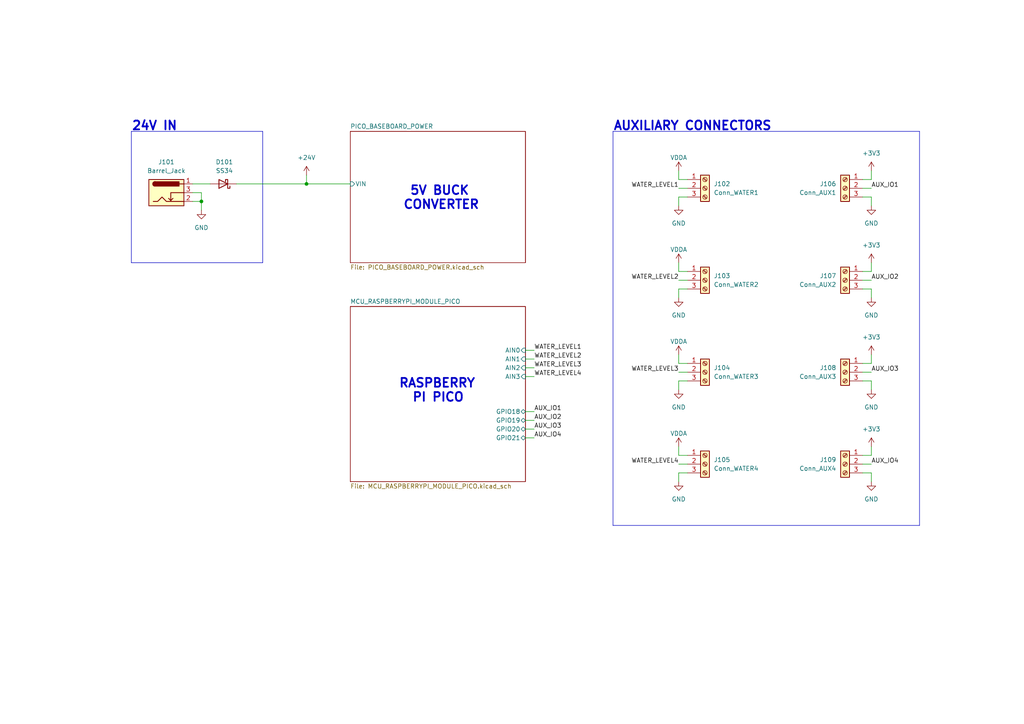
<source format=kicad_sch>
(kicad_sch (version 20230121) (generator eeschema)

  (uuid a6847629-cee6-4260-b2df-06760ba2c55e)

  (paper "A4")

  (title_block
    (title "Pico Baseboard")
    (date "2023-07-10")
    (rev "1.0")
    (company "sudo-junkie")
  )

  (lib_symbols
    (symbol "Connector:Barrel_Jack_Switch" (pin_names hide) (in_bom yes) (on_board yes)
      (property "Reference" "J" (at 0 5.334 0)
        (effects (font (size 1.27 1.27)))
      )
      (property "Value" "Barrel_Jack_Switch" (at 0 -5.08 0)
        (effects (font (size 1.27 1.27)))
      )
      (property "Footprint" "" (at 1.27 -1.016 0)
        (effects (font (size 1.27 1.27)) hide)
      )
      (property "Datasheet" "~" (at 1.27 -1.016 0)
        (effects (font (size 1.27 1.27)) hide)
      )
      (property "ki_keywords" "DC power barrel jack connector" (at 0 0 0)
        (effects (font (size 1.27 1.27)) hide)
      )
      (property "ki_description" "DC Barrel Jack with an internal switch" (at 0 0 0)
        (effects (font (size 1.27 1.27)) hide)
      )
      (property "ki_fp_filters" "BarrelJack*" (at 0 0 0)
        (effects (font (size 1.27 1.27)) hide)
      )
      (symbol "Barrel_Jack_Switch_0_1"
        (rectangle (start -5.08 3.81) (end 5.08 -3.81)
          (stroke (width 0.254) (type default))
          (fill (type background))
        )
        (arc (start -3.302 3.175) (mid -3.9343 2.54) (end -3.302 1.905)
          (stroke (width 0.254) (type default))
          (fill (type none))
        )
        (arc (start -3.302 3.175) (mid -3.9343 2.54) (end -3.302 1.905)
          (stroke (width 0.254) (type default))
          (fill (type outline))
        )
        (polyline
          (pts
            (xy 1.27 -2.286)
            (xy 1.905 -1.651)
          )
          (stroke (width 0.254) (type default))
          (fill (type none))
        )
        (polyline
          (pts
            (xy 5.08 2.54)
            (xy 3.81 2.54)
          )
          (stroke (width 0.254) (type default))
          (fill (type none))
        )
        (polyline
          (pts
            (xy 5.08 0)
            (xy 1.27 0)
            (xy 1.27 -2.286)
            (xy 0.635 -1.651)
          )
          (stroke (width 0.254) (type default))
          (fill (type none))
        )
        (polyline
          (pts
            (xy -3.81 -2.54)
            (xy -2.54 -2.54)
            (xy -1.27 -1.27)
            (xy 0 -2.54)
            (xy 2.54 -2.54)
            (xy 5.08 -2.54)
          )
          (stroke (width 0.254) (type default))
          (fill (type none))
        )
        (rectangle (start 3.683 3.175) (end -3.302 1.905)
          (stroke (width 0.254) (type default))
          (fill (type outline))
        )
      )
      (symbol "Barrel_Jack_Switch_1_1"
        (pin passive line (at 7.62 2.54 180) (length 2.54)
          (name "~" (effects (font (size 1.27 1.27))))
          (number "1" (effects (font (size 1.27 1.27))))
        )
        (pin passive line (at 7.62 -2.54 180) (length 2.54)
          (name "~" (effects (font (size 1.27 1.27))))
          (number "2" (effects (font (size 1.27 1.27))))
        )
        (pin passive line (at 7.62 0 180) (length 2.54)
          (name "~" (effects (font (size 1.27 1.27))))
          (number "3" (effects (font (size 1.27 1.27))))
        )
      )
    )
    (symbol "Connector:Screw_Terminal_01x03" (pin_names (offset 1.016) hide) (in_bom yes) (on_board yes)
      (property "Reference" "J" (at 0 5.08 0)
        (effects (font (size 1.27 1.27)))
      )
      (property "Value" "Screw_Terminal_01x03" (at 0 -5.08 0)
        (effects (font (size 1.27 1.27)))
      )
      (property "Footprint" "" (at 0 0 0)
        (effects (font (size 1.27 1.27)) hide)
      )
      (property "Datasheet" "~" (at 0 0 0)
        (effects (font (size 1.27 1.27)) hide)
      )
      (property "ki_keywords" "screw terminal" (at 0 0 0)
        (effects (font (size 1.27 1.27)) hide)
      )
      (property "ki_description" "Generic screw terminal, single row, 01x03, script generated (kicad-library-utils/schlib/autogen/connector/)" (at 0 0 0)
        (effects (font (size 1.27 1.27)) hide)
      )
      (property "ki_fp_filters" "TerminalBlock*:*" (at 0 0 0)
        (effects (font (size 1.27 1.27)) hide)
      )
      (symbol "Screw_Terminal_01x03_1_1"
        (rectangle (start -1.27 3.81) (end 1.27 -3.81)
          (stroke (width 0.254) (type default))
          (fill (type background))
        )
        (circle (center 0 -2.54) (radius 0.635)
          (stroke (width 0.1524) (type default))
          (fill (type none))
        )
        (polyline
          (pts
            (xy -0.5334 -2.2098)
            (xy 0.3302 -3.048)
          )
          (stroke (width 0.1524) (type default))
          (fill (type none))
        )
        (polyline
          (pts
            (xy -0.5334 0.3302)
            (xy 0.3302 -0.508)
          )
          (stroke (width 0.1524) (type default))
          (fill (type none))
        )
        (polyline
          (pts
            (xy -0.5334 2.8702)
            (xy 0.3302 2.032)
          )
          (stroke (width 0.1524) (type default))
          (fill (type none))
        )
        (polyline
          (pts
            (xy -0.3556 -2.032)
            (xy 0.508 -2.8702)
          )
          (stroke (width 0.1524) (type default))
          (fill (type none))
        )
        (polyline
          (pts
            (xy -0.3556 0.508)
            (xy 0.508 -0.3302)
          )
          (stroke (width 0.1524) (type default))
          (fill (type none))
        )
        (polyline
          (pts
            (xy -0.3556 3.048)
            (xy 0.508 2.2098)
          )
          (stroke (width 0.1524) (type default))
          (fill (type none))
        )
        (circle (center 0 0) (radius 0.635)
          (stroke (width 0.1524) (type default))
          (fill (type none))
        )
        (circle (center 0 2.54) (radius 0.635)
          (stroke (width 0.1524) (type default))
          (fill (type none))
        )
        (pin passive line (at -5.08 2.54 0) (length 3.81)
          (name "Pin_1" (effects (font (size 1.27 1.27))))
          (number "1" (effects (font (size 1.27 1.27))))
        )
        (pin passive line (at -5.08 0 0) (length 3.81)
          (name "Pin_2" (effects (font (size 1.27 1.27))))
          (number "2" (effects (font (size 1.27 1.27))))
        )
        (pin passive line (at -5.08 -2.54 0) (length 3.81)
          (name "Pin_3" (effects (font (size 1.27 1.27))))
          (number "3" (effects (font (size 1.27 1.27))))
        )
      )
    )
    (symbol "Device:D_Schottky" (pin_numbers hide) (pin_names (offset 1.016) hide) (in_bom yes) (on_board yes)
      (property "Reference" "D" (at 0 2.54 0)
        (effects (font (size 1.27 1.27)))
      )
      (property "Value" "D_Schottky" (at 0 -2.54 0)
        (effects (font (size 1.27 1.27)))
      )
      (property "Footprint" "" (at 0 0 0)
        (effects (font (size 1.27 1.27)) hide)
      )
      (property "Datasheet" "~" (at 0 0 0)
        (effects (font (size 1.27 1.27)) hide)
      )
      (property "ki_keywords" "diode Schottky" (at 0 0 0)
        (effects (font (size 1.27 1.27)) hide)
      )
      (property "ki_description" "Schottky diode" (at 0 0 0)
        (effects (font (size 1.27 1.27)) hide)
      )
      (property "ki_fp_filters" "TO-???* *_Diode_* *SingleDiode* D_*" (at 0 0 0)
        (effects (font (size 1.27 1.27)) hide)
      )
      (symbol "D_Schottky_0_1"
        (polyline
          (pts
            (xy 1.27 0)
            (xy -1.27 0)
          )
          (stroke (width 0) (type default))
          (fill (type none))
        )
        (polyline
          (pts
            (xy 1.27 1.27)
            (xy 1.27 -1.27)
            (xy -1.27 0)
            (xy 1.27 1.27)
          )
          (stroke (width 0.254) (type default))
          (fill (type none))
        )
        (polyline
          (pts
            (xy -1.905 0.635)
            (xy -1.905 1.27)
            (xy -1.27 1.27)
            (xy -1.27 -1.27)
            (xy -0.635 -1.27)
            (xy -0.635 -0.635)
          )
          (stroke (width 0.254) (type default))
          (fill (type none))
        )
      )
      (symbol "D_Schottky_1_1"
        (pin passive line (at -3.81 0 0) (length 2.54)
          (name "K" (effects (font (size 1.27 1.27))))
          (number "1" (effects (font (size 1.27 1.27))))
        )
        (pin passive line (at 3.81 0 180) (length 2.54)
          (name "A" (effects (font (size 1.27 1.27))))
          (number "2" (effects (font (size 1.27 1.27))))
        )
      )
    )
    (symbol "power:+24V" (power) (pin_names (offset 0)) (in_bom yes) (on_board yes)
      (property "Reference" "#PWR" (at 0 -3.81 0)
        (effects (font (size 1.27 1.27)) hide)
      )
      (property "Value" "+24V" (at 0 3.556 0)
        (effects (font (size 1.27 1.27)))
      )
      (property "Footprint" "" (at 0 0 0)
        (effects (font (size 1.27 1.27)) hide)
      )
      (property "Datasheet" "" (at 0 0 0)
        (effects (font (size 1.27 1.27)) hide)
      )
      (property "ki_keywords" "global power" (at 0 0 0)
        (effects (font (size 1.27 1.27)) hide)
      )
      (property "ki_description" "Power symbol creates a global label with name \"+24V\"" (at 0 0 0)
        (effects (font (size 1.27 1.27)) hide)
      )
      (symbol "+24V_0_1"
        (polyline
          (pts
            (xy -0.762 1.27)
            (xy 0 2.54)
          )
          (stroke (width 0) (type default))
          (fill (type none))
        )
        (polyline
          (pts
            (xy 0 0)
            (xy 0 2.54)
          )
          (stroke (width 0) (type default))
          (fill (type none))
        )
        (polyline
          (pts
            (xy 0 2.54)
            (xy 0.762 1.27)
          )
          (stroke (width 0) (type default))
          (fill (type none))
        )
      )
      (symbol "+24V_1_1"
        (pin power_in line (at 0 0 90) (length 0) hide
          (name "+24V" (effects (font (size 1.27 1.27))))
          (number "1" (effects (font (size 1.27 1.27))))
        )
      )
    )
    (symbol "power:+3V3" (power) (pin_names (offset 0)) (in_bom yes) (on_board yes)
      (property "Reference" "#PWR" (at 0 -3.81 0)
        (effects (font (size 1.27 1.27)) hide)
      )
      (property "Value" "+3V3" (at 0 3.556 0)
        (effects (font (size 1.27 1.27)))
      )
      (property "Footprint" "" (at 0 0 0)
        (effects (font (size 1.27 1.27)) hide)
      )
      (property "Datasheet" "" (at 0 0 0)
        (effects (font (size 1.27 1.27)) hide)
      )
      (property "ki_keywords" "global power" (at 0 0 0)
        (effects (font (size 1.27 1.27)) hide)
      )
      (property "ki_description" "Power symbol creates a global label with name \"+3V3\"" (at 0 0 0)
        (effects (font (size 1.27 1.27)) hide)
      )
      (symbol "+3V3_0_1"
        (polyline
          (pts
            (xy -0.762 1.27)
            (xy 0 2.54)
          )
          (stroke (width 0) (type default))
          (fill (type none))
        )
        (polyline
          (pts
            (xy 0 0)
            (xy 0 2.54)
          )
          (stroke (width 0) (type default))
          (fill (type none))
        )
        (polyline
          (pts
            (xy 0 2.54)
            (xy 0.762 1.27)
          )
          (stroke (width 0) (type default))
          (fill (type none))
        )
      )
      (symbol "+3V3_1_1"
        (pin power_in line (at 0 0 90) (length 0) hide
          (name "+3V3" (effects (font (size 1.27 1.27))))
          (number "1" (effects (font (size 1.27 1.27))))
        )
      )
    )
    (symbol "power:GND" (power) (pin_names (offset 0)) (in_bom yes) (on_board yes)
      (property "Reference" "#PWR" (at 0 -6.35 0)
        (effects (font (size 1.27 1.27)) hide)
      )
      (property "Value" "GND" (at 0 -3.81 0)
        (effects (font (size 1.27 1.27)))
      )
      (property "Footprint" "" (at 0 0 0)
        (effects (font (size 1.27 1.27)) hide)
      )
      (property "Datasheet" "" (at 0 0 0)
        (effects (font (size 1.27 1.27)) hide)
      )
      (property "ki_keywords" "global power" (at 0 0 0)
        (effects (font (size 1.27 1.27)) hide)
      )
      (property "ki_description" "Power symbol creates a global label with name \"GND\" , ground" (at 0 0 0)
        (effects (font (size 1.27 1.27)) hide)
      )
      (symbol "GND_0_1"
        (polyline
          (pts
            (xy 0 0)
            (xy 0 -1.27)
            (xy 1.27 -1.27)
            (xy 0 -2.54)
            (xy -1.27 -1.27)
            (xy 0 -1.27)
          )
          (stroke (width 0) (type default))
          (fill (type none))
        )
      )
      (symbol "GND_1_1"
        (pin power_in line (at 0 0 270) (length 0) hide
          (name "GND" (effects (font (size 1.27 1.27))))
          (number "1" (effects (font (size 1.27 1.27))))
        )
      )
    )
    (symbol "power:VDDA" (power) (pin_names (offset 0)) (in_bom yes) (on_board yes)
      (property "Reference" "#PWR" (at 0 -3.81 0)
        (effects (font (size 1.27 1.27)) hide)
      )
      (property "Value" "VDDA" (at 0 3.81 0)
        (effects (font (size 1.27 1.27)))
      )
      (property "Footprint" "" (at 0 0 0)
        (effects (font (size 1.27 1.27)) hide)
      )
      (property "Datasheet" "" (at 0 0 0)
        (effects (font (size 1.27 1.27)) hide)
      )
      (property "ki_keywords" "global power" (at 0 0 0)
        (effects (font (size 1.27 1.27)) hide)
      )
      (property "ki_description" "Power symbol creates a global label with name \"VDDA\"" (at 0 0 0)
        (effects (font (size 1.27 1.27)) hide)
      )
      (symbol "VDDA_0_1"
        (polyline
          (pts
            (xy -0.762 1.27)
            (xy 0 2.54)
          )
          (stroke (width 0) (type default))
          (fill (type none))
        )
        (polyline
          (pts
            (xy 0 0)
            (xy 0 2.54)
          )
          (stroke (width 0) (type default))
          (fill (type none))
        )
        (polyline
          (pts
            (xy 0 2.54)
            (xy 0.762 1.27)
          )
          (stroke (width 0) (type default))
          (fill (type none))
        )
      )
      (symbol "VDDA_1_1"
        (pin power_in line (at 0 0 90) (length 0) hide
          (name "VDDA" (effects (font (size 1.27 1.27))))
          (number "1" (effects (font (size 1.27 1.27))))
        )
      )
    )
  )

  (junction (at 88.9 53.34) (diameter 0) (color 0 0 0 0)
    (uuid a68bc941-c56c-403e-ba85-4e786cd897f8)
  )
  (junction (at 58.42 58.42) (diameter 0) (color 0 0 0 0)
    (uuid d9fbed71-5e53-484b-92b9-766d4e1c8212)
  )

  (wire (pts (xy 250.19 57.15) (xy 252.73 57.15))
    (stroke (width 0) (type default))
    (uuid 0681d735-e4ca-4eb5-a295-3c1d4db2b563)
  )
  (wire (pts (xy 252.73 81.28) (xy 250.19 81.28))
    (stroke (width 0) (type default))
    (uuid 11fedc5b-2650-42e6-866f-4642a10aa7c2)
  )
  (polyline (pts (xy 266.7 152.4) (xy 177.8 152.4))
    (stroke (width 0) (type default))
    (uuid 1bbbf1b3-3b34-48f7-9ae4-3390b8a0d061)
  )

  (wire (pts (xy 152.4 109.22) (xy 154.94 109.22))
    (stroke (width 0) (type default))
    (uuid 21212c0b-a82e-49e2-87d1-293f5e1c0068)
  )
  (polyline (pts (xy 38.1 38.1) (xy 38.1 76.2))
    (stroke (width 0) (type default))
    (uuid 2772dea9-d598-4fe2-8f48-4f562e902125)
  )

  (wire (pts (xy 88.9 53.34) (xy 101.6 53.34))
    (stroke (width 0) (type default))
    (uuid 29570c0d-b40d-4052-9228-0fd34699576e)
  )
  (wire (pts (xy 199.39 83.82) (xy 196.85 83.82))
    (stroke (width 0) (type default))
    (uuid 29885290-85c4-4652-a4a8-6edf6af5e1d7)
  )
  (wire (pts (xy 196.85 49.53) (xy 196.85 52.07))
    (stroke (width 0) (type default))
    (uuid 2b73bb51-f39c-4fa2-a41b-3031ff6bfe2c)
  )
  (wire (pts (xy 196.85 132.08) (xy 199.39 132.08))
    (stroke (width 0) (type default))
    (uuid 35c8434b-392c-4931-8072-4dc3e587560e)
  )
  (wire (pts (xy 196.85 129.54) (xy 196.85 132.08))
    (stroke (width 0) (type default))
    (uuid 37a9c568-7537-4079-a4fb-5a9495a52754)
  )
  (wire (pts (xy 196.85 107.95) (xy 199.39 107.95))
    (stroke (width 0) (type default))
    (uuid 3da9538d-1702-4e51-bf55-64f0ef4f6303)
  )
  (wire (pts (xy 196.85 83.82) (xy 196.85 86.36))
    (stroke (width 0) (type default))
    (uuid 3f425878-7af5-416c-b278-42c6df99d93a)
  )
  (wire (pts (xy 152.4 119.38) (xy 154.94 119.38))
    (stroke (width 0) (type default))
    (uuid 4322bbdd-5aa6-40a3-93ce-6193e8c546f8)
  )
  (wire (pts (xy 250.19 83.82) (xy 252.73 83.82))
    (stroke (width 0) (type default))
    (uuid 44447850-49c1-43a8-9d20-1bdbfc3147fe)
  )
  (wire (pts (xy 252.73 137.16) (xy 252.73 139.7))
    (stroke (width 0) (type default))
    (uuid 447de52b-7af7-4ea9-8978-1da4669edb67)
  )
  (wire (pts (xy 252.73 129.54) (xy 252.73 132.08))
    (stroke (width 0) (type default))
    (uuid 4dfafcf3-9cba-4ad3-95ad-06698bdcdffd)
  )
  (wire (pts (xy 250.19 110.49) (xy 252.73 110.49))
    (stroke (width 0) (type default))
    (uuid 55a87c18-bc97-4e7f-b05d-cebf33d2c8ec)
  )
  (wire (pts (xy 196.85 57.15) (xy 196.85 59.69))
    (stroke (width 0) (type default))
    (uuid 56ad0c6c-3619-43d3-847e-5aae5db5c37e)
  )
  (wire (pts (xy 152.4 101.6) (xy 154.94 101.6))
    (stroke (width 0) (type default))
    (uuid 56c12a08-0fc9-4e74-9ed9-c0f6b8a0ff6c)
  )
  (polyline (pts (xy 76.2 38.1) (xy 76.2 76.2))
    (stroke (width 0) (type default))
    (uuid 586f25a4-5f9e-4afb-9042-ab03bcc56205)
  )

  (wire (pts (xy 252.73 110.49) (xy 252.73 113.03))
    (stroke (width 0) (type default))
    (uuid 5b3076c3-1f71-4eaf-9465-6239b179666f)
  )
  (wire (pts (xy 55.88 53.34) (xy 60.96 53.34))
    (stroke (width 0) (type default))
    (uuid 5bab077f-4e8d-4d4d-84bc-427949a1bb67)
  )
  (wire (pts (xy 196.85 134.62) (xy 199.39 134.62))
    (stroke (width 0) (type default))
    (uuid 5cdbb06f-c99f-485a-bcdb-4496dec014fb)
  )
  (wire (pts (xy 252.73 132.08) (xy 250.19 132.08))
    (stroke (width 0) (type default))
    (uuid 6290a015-2f91-4c82-a426-85f08521e975)
  )
  (wire (pts (xy 250.19 137.16) (xy 252.73 137.16))
    (stroke (width 0) (type default))
    (uuid 664bd624-7867-46d1-82d7-f219e9f25974)
  )
  (wire (pts (xy 55.88 55.88) (xy 58.42 55.88))
    (stroke (width 0) (type default))
    (uuid 684e8209-160d-4d96-bbdc-c90381222ac1)
  )
  (wire (pts (xy 196.85 78.74) (xy 199.39 78.74))
    (stroke (width 0) (type default))
    (uuid 6b5ea99f-7b31-4294-af47-3c7b55cf9c69)
  )
  (wire (pts (xy 152.4 104.14) (xy 154.94 104.14))
    (stroke (width 0) (type default))
    (uuid 72c3f261-b7bd-4777-825e-e231860bd302)
  )
  (wire (pts (xy 152.4 127) (xy 154.94 127))
    (stroke (width 0) (type default))
    (uuid 7bec17e2-934d-4115-a3a8-541eff5835f0)
  )
  (wire (pts (xy 252.73 83.82) (xy 252.73 86.36))
    (stroke (width 0) (type default))
    (uuid 7d7b88e1-5db0-47df-9689-56620f922a4e)
  )
  (wire (pts (xy 252.73 76.2) (xy 252.73 78.74))
    (stroke (width 0) (type default))
    (uuid 7dd036a7-a718-4066-a07b-6f0caeb311ad)
  )
  (polyline (pts (xy 266.7 38.1) (xy 266.7 152.4))
    (stroke (width 0) (type default))
    (uuid 7f8efa04-925e-45fa-b1ba-08c32cc5d266)
  )

  (wire (pts (xy 196.85 105.41) (xy 199.39 105.41))
    (stroke (width 0) (type default))
    (uuid 805ecc54-44d2-4037-946d-ec362150879c)
  )
  (wire (pts (xy 252.73 54.61) (xy 250.19 54.61))
    (stroke (width 0) (type default))
    (uuid 84397b34-c479-4136-884d-97464306b9d1)
  )
  (wire (pts (xy 58.42 55.88) (xy 58.42 58.42))
    (stroke (width 0) (type default))
    (uuid 887334b6-1bd1-40ed-bf72-e974bef3c457)
  )
  (wire (pts (xy 196.85 102.87) (xy 196.85 105.41))
    (stroke (width 0) (type default))
    (uuid 89d229c5-b105-4bec-8a7c-012acc4e4109)
  )
  (wire (pts (xy 252.73 105.41) (xy 250.19 105.41))
    (stroke (width 0) (type default))
    (uuid 8be87f56-441f-4f7a-9545-af993ce33094)
  )
  (wire (pts (xy 55.88 58.42) (xy 58.42 58.42))
    (stroke (width 0) (type default))
    (uuid 93596a80-e99c-48a7-86fb-68ae29a98b96)
  )
  (wire (pts (xy 58.42 58.42) (xy 58.42 60.96))
    (stroke (width 0) (type default))
    (uuid 97c751e0-d1b1-4ab8-a4bc-46f5ff662200)
  )
  (polyline (pts (xy 38.1 38.1) (xy 76.2 38.1))
    (stroke (width 0) (type default))
    (uuid 9da08198-79ea-4962-8e3a-4b1a5a727455)
  )

  (wire (pts (xy 252.73 52.07) (xy 250.19 52.07))
    (stroke (width 0) (type default))
    (uuid a08682e9-cfc4-469c-b903-977455e3b1e8)
  )
  (wire (pts (xy 196.85 110.49) (xy 196.85 113.03))
    (stroke (width 0) (type default))
    (uuid a8c31897-6e6c-4c80-8373-9e6d9e6ce56a)
  )
  (wire (pts (xy 199.39 110.49) (xy 196.85 110.49))
    (stroke (width 0) (type default))
    (uuid a962fd08-3967-4ad7-8886-484c5abad054)
  )
  (wire (pts (xy 196.85 54.61) (xy 199.39 54.61))
    (stroke (width 0) (type default))
    (uuid aa520cf9-c257-4c57-90db-3c0bbf3b414b)
  )
  (wire (pts (xy 152.4 124.46) (xy 154.94 124.46))
    (stroke (width 0) (type default))
    (uuid abfba6dc-0c3c-4d04-ad86-5bb4ce4499d1)
  )
  (wire (pts (xy 252.73 107.95) (xy 250.19 107.95))
    (stroke (width 0) (type default))
    (uuid b3008c2f-036a-45b6-86c3-60ba04188826)
  )
  (wire (pts (xy 199.39 57.15) (xy 196.85 57.15))
    (stroke (width 0) (type default))
    (uuid b4b80d35-2a18-4982-8bcc-a3db7904cf81)
  )
  (wire (pts (xy 199.39 137.16) (xy 196.85 137.16))
    (stroke (width 0) (type default))
    (uuid b942999e-f415-4899-95c4-a087a0f7d3d1)
  )
  (wire (pts (xy 252.73 134.62) (xy 250.19 134.62))
    (stroke (width 0) (type default))
    (uuid bab45717-230e-4dc6-911e-7cc04748021d)
  )
  (wire (pts (xy 152.4 106.68) (xy 154.94 106.68))
    (stroke (width 0) (type default))
    (uuid bdb8a44a-c21d-440f-964d-b0ed954430c5)
  )
  (polyline (pts (xy 177.8 38.1) (xy 177.8 152.4))
    (stroke (width 0) (type default))
    (uuid beb36dc4-38c0-4e92-b28b-29ff39ba1cdf)
  )

  (wire (pts (xy 196.85 137.16) (xy 196.85 139.7))
    (stroke (width 0) (type default))
    (uuid c2860eca-5072-4af1-8245-226a82703281)
  )
  (wire (pts (xy 252.73 57.15) (xy 252.73 59.69))
    (stroke (width 0) (type default))
    (uuid cb412b1c-5241-4102-9e61-d11ac12808ba)
  )
  (wire (pts (xy 196.85 52.07) (xy 199.39 52.07))
    (stroke (width 0) (type default))
    (uuid cbf82f14-9dc4-4a4c-b797-3a51bdc241bc)
  )
  (wire (pts (xy 252.73 102.87) (xy 252.73 105.41))
    (stroke (width 0) (type default))
    (uuid d24955f2-b06c-4026-bb4a-7dee5e9e717b)
  )
  (wire (pts (xy 68.58 53.34) (xy 88.9 53.34))
    (stroke (width 0) (type default))
    (uuid d3aebf81-7b2d-46aa-be36-ad1d08a41c74)
  )
  (wire (pts (xy 252.73 78.74) (xy 250.19 78.74))
    (stroke (width 0) (type default))
    (uuid d4400010-5789-43f5-9de2-e0dd7ab1171c)
  )
  (wire (pts (xy 152.4 121.92) (xy 154.94 121.92))
    (stroke (width 0) (type default))
    (uuid da758913-48b6-481d-9c03-4e31ea198ab6)
  )
  (wire (pts (xy 252.73 49.53) (xy 252.73 52.07))
    (stroke (width 0) (type default))
    (uuid e606b835-87e0-4f59-942d-11c464ab9f7c)
  )
  (wire (pts (xy 88.9 50.8) (xy 88.9 53.34))
    (stroke (width 0) (type default))
    (uuid f5f6d614-8ef4-4c89-80e9-6f9abf3ef2e3)
  )
  (polyline (pts (xy 177.8 38.1) (xy 266.7 38.1))
    (stroke (width 0) (type default))
    (uuid fa9820e7-0b1d-483e-b1fa-1887c6ac5985)
  )

  (wire (pts (xy 196.85 81.28) (xy 199.39 81.28))
    (stroke (width 0) (type default))
    (uuid fb2e9771-26e8-4cfb-8109-166efc7a24cb)
  )
  (polyline (pts (xy 76.2 76.2) (xy 38.1 76.2))
    (stroke (width 0) (type default))
    (uuid fdf21f46-c0d2-4d2c-852d-287d55dcb682)
  )

  (wire (pts (xy 196.85 76.2) (xy 196.85 78.74))
    (stroke (width 0) (type default))
    (uuid ffd3296e-796e-43bc-b0c0-ab3399596258)
  )

  (text "AUXILIARY CONNECTORS" (at 177.8 38.1 0)
    (effects (font (size 2.54 2.54) (thickness 0.508) bold) (justify left bottom))
    (uuid 1090c7c9-0972-4098-b0f6-76756d446afa)
  )
  (text "24V IN" (at 38.1 38.1 0)
    (effects (font (size 2.54 2.54) (thickness 0.508) bold) (justify left bottom))
    (uuid 3bc7c048-16ef-4835-ac11-b2a98d815bc1)
  )
  (text "RASPBERRY\n  PI PICO" (at 115.57 116.84 0)
    (effects (font (size 2.54 2.54) (thickness 0.508) bold) (justify left bottom))
    (uuid 7040e4bc-82d4-4aa9-bd2c-76bf732086d8)
  )
  (text " 5V BUCK\nCONVERTER" (at 116.84 60.96 0)
    (effects (font (size 2.54 2.54) (thickness 0.508) bold) (justify left bottom))
    (uuid 9c5996d1-db89-4096-bea5-22c41e7e73a6)
  )

  (label "WATER_LEVEL3" (at 154.94 106.68 0) (fields_autoplaced)
    (effects (font (size 1.27 1.27)) (justify left bottom))
    (uuid 342fac42-ac89-43e0-b02d-30b8bc798d5b)
  )
  (label "WATER_LEVEL4" (at 196.85 134.62 180) (fields_autoplaced)
    (effects (font (size 1.27 1.27)) (justify right bottom))
    (uuid 363e8917-fbd2-4b9c-8aad-f8fbd74dfac9)
  )
  (label "AUX_IO1" (at 252.73 54.61 0) (fields_autoplaced)
    (effects (font (size 1.27 1.27)) (justify left bottom))
    (uuid 5a351eb4-07a0-4894-a271-b24275c0602f)
  )
  (label "WATER_LEVEL4" (at 154.94 109.22 0) (fields_autoplaced)
    (effects (font (size 1.27 1.27)) (justify left bottom))
    (uuid 64087a79-845a-435e-a6d4-ccf12d75eb55)
  )
  (label "AUX_IO2" (at 252.73 81.28 0) (fields_autoplaced)
    (effects (font (size 1.27 1.27)) (justify left bottom))
    (uuid 771c9ba1-7759-4406-ade6-cfc1891b3806)
  )
  (label "AUX_IO1" (at 154.94 119.38 0) (fields_autoplaced)
    (effects (font (size 1.27 1.27)) (justify left bottom))
    (uuid 8023cf32-defd-4293-a4f9-c2a07a9e1993)
  )
  (label "AUX_IO3" (at 154.94 124.46 0) (fields_autoplaced)
    (effects (font (size 1.27 1.27)) (justify left bottom))
    (uuid 8df5f6f1-3217-4967-ba14-3b29786af3b5)
  )
  (label "WATER_LEVEL3" (at 196.85 107.95 180) (fields_autoplaced)
    (effects (font (size 1.27 1.27)) (justify right bottom))
    (uuid 90004a90-0678-4d54-8ee9-d86dcab177a2)
  )
  (label "WATER_LEVEL2" (at 196.85 81.28 180) (fields_autoplaced)
    (effects (font (size 1.27 1.27)) (justify right bottom))
    (uuid 9a499bc9-6fc6-4ade-ae1b-25fc96a7f943)
  )
  (label "AUX_IO2" (at 154.94 121.92 0) (fields_autoplaced)
    (effects (font (size 1.27 1.27)) (justify left bottom))
    (uuid 9d15289b-4aec-4e4b-be73-f59f786cf8bd)
  )
  (label "AUX_IO4" (at 252.73 134.62 0) (fields_autoplaced)
    (effects (font (size 1.27 1.27)) (justify left bottom))
    (uuid a3d2e09a-ded3-4818-8c7c-439c03d551e9)
  )
  (label "WATER_LEVEL1" (at 196.85 54.61 180) (fields_autoplaced)
    (effects (font (size 1.27 1.27)) (justify right bottom))
    (uuid a6a0f1d5-e244-4121-9420-b631f34ea264)
  )
  (label "WATER_LEVEL2" (at 154.94 104.14 0) (fields_autoplaced)
    (effects (font (size 1.27 1.27)) (justify left bottom))
    (uuid bc90330a-5ed0-4f70-a982-4256c88e2e59)
  )
  (label "AUX_IO4" (at 154.94 127 0) (fields_autoplaced)
    (effects (font (size 1.27 1.27)) (justify left bottom))
    (uuid c10cf2ef-9951-4954-b430-8725fbac733f)
  )
  (label "AUX_IO3" (at 252.73 107.95 0) (fields_autoplaced)
    (effects (font (size 1.27 1.27)) (justify left bottom))
    (uuid e134528e-5a72-46f2-bb77-5e67023b5e3b)
  )
  (label "WATER_LEVEL1" (at 154.94 101.6 0) (fields_autoplaced)
    (effects (font (size 1.27 1.27)) (justify left bottom))
    (uuid f428ec8c-b5ef-465a-90cd-fbda1f355d0b)
  )

  (symbol (lib_id "power:VDDA") (at 196.85 129.54 0) (unit 1)
    (in_bom yes) (on_board yes) (dnp no) (fields_autoplaced)
    (uuid 04e58813-25bb-43d3-8788-b43a55bac355)
    (property "Reference" "#PWR0120" (at 196.85 133.35 0)
      (effects (font (size 1.27 1.27)) hide)
    )
    (property "Value" "VDDA" (at 196.85 125.73 0)
      (effects (font (size 1.27 1.27)))
    )
    (property "Footprint" "" (at 196.85 129.54 0)
      (effects (font (size 1.27 1.27)) hide)
    )
    (property "Datasheet" "" (at 196.85 129.54 0)
      (effects (font (size 1.27 1.27)) hide)
    )
    (pin "1" (uuid 90cbdf89-05eb-44b9-81b6-493a04a7ef81))
    (instances
      (project "Pico_Baseboard"
        (path "/a6847629-cee6-4260-b2df-06760ba2c55e"
          (reference "#PWR0120") (unit 1)
        )
      )
    )
  )

  (symbol (lib_id "power:GND") (at 196.85 139.7 0) (unit 1)
    (in_bom yes) (on_board yes) (dnp no) (fields_autoplaced)
    (uuid 191d8197-f2cc-44d5-abb2-3864af9f0b38)
    (property "Reference" "#PWR0110" (at 196.85 146.05 0)
      (effects (font (size 1.27 1.27)) hide)
    )
    (property "Value" "GND" (at 196.85 144.78 0)
      (effects (font (size 1.27 1.27)))
    )
    (property "Footprint" "" (at 196.85 139.7 0)
      (effects (font (size 1.27 1.27)) hide)
    )
    (property "Datasheet" "" (at 196.85 139.7 0)
      (effects (font (size 1.27 1.27)) hide)
    )
    (pin "1" (uuid f1cc8bba-8a8c-4967-b711-2d8a85316843))
    (instances
      (project "Pico_Baseboard"
        (path "/a6847629-cee6-4260-b2df-06760ba2c55e"
          (reference "#PWR0110") (unit 1)
        )
      )
    )
  )

  (symbol (lib_id "power:+3V3") (at 252.73 76.2 0) (mirror y) (unit 1)
    (in_bom yes) (on_board yes) (dnp no) (fields_autoplaced)
    (uuid 21b6872a-e366-491b-9512-6ca33c2df0d0)
    (property "Reference" "#PWR0314" (at 252.73 80.01 0)
      (effects (font (size 1.27 1.27)) hide)
    )
    (property "Value" "+3V3" (at 252.73 71.12 0)
      (effects (font (size 1.27 1.27)))
    )
    (property "Footprint" "" (at 252.73 76.2 0)
      (effects (font (size 1.27 1.27)) hide)
    )
    (property "Datasheet" "" (at 252.73 76.2 0)
      (effects (font (size 1.27 1.27)) hide)
    )
    (pin "1" (uuid 8a953da6-245c-4716-ad82-be8cacbbe0d6))
    (instances
      (project "Pico_Baseboard"
        (path "/a6847629-cee6-4260-b2df-06760ba2c55e/ec847214-8e2f-402f-9049-5a2199415719"
          (reference "#PWR0314") (unit 1)
        )
        (path "/a6847629-cee6-4260-b2df-06760ba2c55e"
          (reference "#PWR0113") (unit 1)
        )
      )
    )
  )

  (symbol (lib_id "Connector:Screw_Terminal_01x03") (at 204.47 81.28 0) (unit 1)
    (in_bom yes) (on_board yes) (dnp no) (fields_autoplaced)
    (uuid 2ba7ac88-34c5-4190-965d-5db82dc5c0e7)
    (property "Reference" "J103" (at 207.01 80.01 0)
      (effects (font (size 1.27 1.27)) (justify left))
    )
    (property "Value" "Conn_WATER2" (at 207.01 82.55 0)
      (effects (font (size 1.27 1.27)) (justify left))
    )
    (property "Footprint" "TerminalBlock_Phoenix:TerminalBlock_Phoenix_MPT-0,5-3-2.54_1x03_P2.54mm_Horizontal" (at 204.47 81.28 0)
      (effects (font (size 1.27 1.27)) hide)
    )
    (property "Datasheet" "~" (at 204.47 81.28 0)
      (effects (font (size 1.27 1.27)) hide)
    )
    (property "JLCPCB PART#" "C68305" (at 204.47 81.28 0)
      (effects (font (size 1.27 1.27)) hide)
    )
    (property "MANUFACTURER" "BOOMELE(Boom Precision Elec) " (at 204.47 81.28 0)
      (effects (font (size 1.27 1.27)) hide)
    )
    (property "MPN" "C68305" (at 204.47 81.28 0)
      (effects (font (size 1.27 1.27)) hide)
    )
    (property "UNIT PRICE" "0.4344" (at 204.47 81.28 0)
      (effects (font (size 1.27 1.27)) hide)
    )
    (property "VENDOR" "LCSC" (at 204.47 81.28 0)
      (effects (font (size 1.27 1.27)) hide)
    )
    (pin "1" (uuid cdfa9cb5-209f-46f2-b84e-a93f055ad3fe))
    (pin "2" (uuid d9f72ac1-6a75-4d16-be34-f0c4ae1cf3fa))
    (pin "3" (uuid 5df15a41-8bb0-4b51-bd2b-42ec3226b0a0))
    (instances
      (project "Pico_Baseboard"
        (path "/a6847629-cee6-4260-b2df-06760ba2c55e"
          (reference "J103") (unit 1)
        )
      )
    )
  )

  (symbol (lib_id "Connector:Screw_Terminal_01x03") (at 204.47 54.61 0) (unit 1)
    (in_bom yes) (on_board yes) (dnp no) (fields_autoplaced)
    (uuid 2d961d99-8516-4006-bb5f-7be7885f6564)
    (property "Reference" "J102" (at 207.01 53.34 0)
      (effects (font (size 1.27 1.27)) (justify left))
    )
    (property "Value" "Conn_WATER1" (at 207.01 55.88 0)
      (effects (font (size 1.27 1.27)) (justify left))
    )
    (property "Footprint" "TerminalBlock_Phoenix:TerminalBlock_Phoenix_MPT-0,5-3-2.54_1x03_P2.54mm_Horizontal" (at 204.47 54.61 0)
      (effects (font (size 1.27 1.27)) hide)
    )
    (property "Datasheet" "~" (at 204.47 54.61 0)
      (effects (font (size 1.27 1.27)) hide)
    )
    (property "JLCPCB PART#" "C68305" (at 204.47 54.61 0)
      (effects (font (size 1.27 1.27)) hide)
    )
    (property "MANUFACTURER" "BOOMELE(Boom Precision Elec) " (at 204.47 54.61 0)
      (effects (font (size 1.27 1.27)) hide)
    )
    (property "MPN" "C68305" (at 204.47 54.61 0)
      (effects (font (size 1.27 1.27)) hide)
    )
    (property "UNIT PRICE" "0.4344" (at 204.47 54.61 0)
      (effects (font (size 1.27 1.27)) hide)
    )
    (property "VENDOR" "LCSC" (at 204.47 54.61 0)
      (effects (font (size 1.27 1.27)) hide)
    )
    (pin "1" (uuid c5904173-11e3-433c-ad83-5e91e6a6f4c5))
    (pin "2" (uuid 3593b1fd-1902-4ae4-b080-f439a4659cdd))
    (pin "3" (uuid 7a092c6a-a0e5-4c76-bb2e-7e03c73022db))
    (instances
      (project "Pico_Baseboard"
        (path "/a6847629-cee6-4260-b2df-06760ba2c55e"
          (reference "J102") (unit 1)
        )
      )
    )
  )

  (symbol (lib_id "power:+3V3") (at 252.73 49.53 0) (mirror y) (unit 1)
    (in_bom yes) (on_board yes) (dnp no) (fields_autoplaced)
    (uuid 3ae36765-f7e1-4054-ad65-eed1bc3a3671)
    (property "Reference" "#PWR0314" (at 252.73 53.34 0)
      (effects (font (size 1.27 1.27)) hide)
    )
    (property "Value" "+3V3" (at 252.73 44.45 0)
      (effects (font (size 1.27 1.27)))
    )
    (property "Footprint" "" (at 252.73 49.53 0)
      (effects (font (size 1.27 1.27)) hide)
    )
    (property "Datasheet" "" (at 252.73 49.53 0)
      (effects (font (size 1.27 1.27)) hide)
    )
    (pin "1" (uuid 8b230241-8fb3-40c7-8adf-baaf34f84397))
    (instances
      (project "Pico_Baseboard"
        (path "/a6847629-cee6-4260-b2df-06760ba2c55e/ec847214-8e2f-402f-9049-5a2199415719"
          (reference "#PWR0314") (unit 1)
        )
        (path "/a6847629-cee6-4260-b2df-06760ba2c55e"
          (reference "#PWR0111") (unit 1)
        )
      )
    )
  )

  (symbol (lib_id "Device:D_Schottky") (at 64.77 53.34 180) (unit 1)
    (in_bom yes) (on_board yes) (dnp no) (fields_autoplaced)
    (uuid 4f1bcf8c-4e90-4b7e-9a6f-5f7f6bbc1709)
    (property "Reference" "D101" (at 65.0875 46.99 0)
      (effects (font (size 1.27 1.27)))
    )
    (property "Value" "SS34" (at 65.0875 49.53 0)
      (effects (font (size 1.27 1.27)))
    )
    (property "Footprint" "Diode_SMD:D_SOD-323" (at 64.77 53.34 0)
      (effects (font (size 1.27 1.27)) hide)
    )
    (property "Datasheet" "~" (at 64.77 53.34 0)
      (effects (font (size 1.27 1.27)) hide)
    )
    (property "JLCPCB PART#" "C5365547" (at 64.77 53.34 0)
      (effects (font (size 1.27 1.27)) hide)
    )
    (property "MANUFACTURER" "JUXING " (at 64.77 53.34 0)
      (effects (font (size 1.27 1.27)) hide)
    )
    (property "MPN" "3DSR1M" (at 64.77 53.34 0)
      (effects (font (size 1.27 1.27)) hide)
    )
    (property "UNIT PRICE" "0.0122" (at 64.77 53.34 0)
      (effects (font (size 1.27 1.27)) hide)
    )
    (property "VENDOR" "LCSC" (at 64.77 53.34 0)
      (effects (font (size 1.27 1.27)) hide)
    )
    (pin "1" (uuid 30ff34fd-167b-406d-b072-e799be457fda))
    (pin "2" (uuid 4d645109-fdc7-4c2d-9563-c840f1f145b8))
    (instances
      (project "Pico_Baseboard"
        (path "/a6847629-cee6-4260-b2df-06760ba2c55e"
          (reference "D101") (unit 1)
        )
      )
    )
  )

  (symbol (lib_id "power:GND") (at 252.73 139.7 0) (mirror y) (unit 1)
    (in_bom yes) (on_board yes) (dnp no) (fields_autoplaced)
    (uuid 5fb262cc-a67b-479c-a67c-a9164ea9cbff)
    (property "Reference" "#PWR0118" (at 252.73 146.05 0)
      (effects (font (size 1.27 1.27)) hide)
    )
    (property "Value" "GND" (at 252.73 144.78 0)
      (effects (font (size 1.27 1.27)))
    )
    (property "Footprint" "" (at 252.73 139.7 0)
      (effects (font (size 1.27 1.27)) hide)
    )
    (property "Datasheet" "" (at 252.73 139.7 0)
      (effects (font (size 1.27 1.27)) hide)
    )
    (pin "1" (uuid c2af8144-00b4-4691-85d5-954d8d1287b6))
    (instances
      (project "Pico_Baseboard"
        (path "/a6847629-cee6-4260-b2df-06760ba2c55e"
          (reference "#PWR0118") (unit 1)
        )
      )
    )
  )

  (symbol (lib_id "power:+3V3") (at 252.73 129.54 0) (mirror y) (unit 1)
    (in_bom yes) (on_board yes) (dnp no) (fields_autoplaced)
    (uuid 71994c46-4b49-4c51-8f59-3ad1cbf6da38)
    (property "Reference" "#PWR0314" (at 252.73 133.35 0)
      (effects (font (size 1.27 1.27)) hide)
    )
    (property "Value" "+3V3" (at 252.73 124.46 0)
      (effects (font (size 1.27 1.27)))
    )
    (property "Footprint" "" (at 252.73 129.54 0)
      (effects (font (size 1.27 1.27)) hide)
    )
    (property "Datasheet" "" (at 252.73 129.54 0)
      (effects (font (size 1.27 1.27)) hide)
    )
    (pin "1" (uuid 117acd0c-344e-484a-b4ab-128438fbfd9a))
    (instances
      (project "Pico_Baseboard"
        (path "/a6847629-cee6-4260-b2df-06760ba2c55e/ec847214-8e2f-402f-9049-5a2199415719"
          (reference "#PWR0314") (unit 1)
        )
        (path "/a6847629-cee6-4260-b2df-06760ba2c55e"
          (reference "#PWR0117") (unit 1)
        )
      )
    )
  )

  (symbol (lib_id "Connector:Screw_Terminal_01x03") (at 245.11 81.28 0) (mirror y) (unit 1)
    (in_bom yes) (on_board yes) (dnp no) (fields_autoplaced)
    (uuid 756b5ef4-87af-45a9-9f81-241d8241ee9e)
    (property "Reference" "J107" (at 242.57 80.01 0)
      (effects (font (size 1.27 1.27)) (justify left))
    )
    (property "Value" "Conn_AUX2" (at 242.57 82.55 0)
      (effects (font (size 1.27 1.27)) (justify left))
    )
    (property "Footprint" "TerminalBlock_Phoenix:TerminalBlock_Phoenix_MPT-0,5-3-2.54_1x03_P2.54mm_Horizontal" (at 245.11 81.28 0)
      (effects (font (size 1.27 1.27)) hide)
    )
    (property "Datasheet" "~" (at 245.11 81.28 0)
      (effects (font (size 1.27 1.27)) hide)
    )
    (property "JLCPCB PART#" "C68305" (at 245.11 81.28 0)
      (effects (font (size 1.27 1.27)) hide)
    )
    (property "MANUFACTURER" "BOOMELE(Boom Precision Elec) " (at 245.11 81.28 0)
      (effects (font (size 1.27 1.27)) hide)
    )
    (property "MPN" "C68305" (at 245.11 81.28 0)
      (effects (font (size 1.27 1.27)) hide)
    )
    (property "UNIT PRICE" "0.4344" (at 245.11 81.28 0)
      (effects (font (size 1.27 1.27)) hide)
    )
    (property "VENDOR" "LCSC" (at 245.11 81.28 0)
      (effects (font (size 1.27 1.27)) hide)
    )
    (pin "1" (uuid 2382f2fc-0c04-449a-b99c-d1a2b613c821))
    (pin "2" (uuid f21d5026-b3fb-4fca-bbf6-3556b9f0fdf1))
    (pin "3" (uuid 430613ee-ba9d-43d0-a443-eb72109b9a2f))
    (instances
      (project "Pico_Baseboard"
        (path "/a6847629-cee6-4260-b2df-06760ba2c55e"
          (reference "J107") (unit 1)
        )
      )
    )
  )

  (symbol (lib_id "Connector:Screw_Terminal_01x03") (at 204.47 134.62 0) (unit 1)
    (in_bom yes) (on_board yes) (dnp no) (fields_autoplaced)
    (uuid 784c4556-70a4-458f-8d46-f981dd0105b9)
    (property "Reference" "J105" (at 207.01 133.35 0)
      (effects (font (size 1.27 1.27)) (justify left))
    )
    (property "Value" "Conn_WATER4" (at 207.01 135.89 0)
      (effects (font (size 1.27 1.27)) (justify left))
    )
    (property "Footprint" "TerminalBlock_Phoenix:TerminalBlock_Phoenix_MPT-0,5-3-2.54_1x03_P2.54mm_Horizontal" (at 204.47 134.62 0)
      (effects (font (size 1.27 1.27)) hide)
    )
    (property "Datasheet" "~" (at 204.47 134.62 0)
      (effects (font (size 1.27 1.27)) hide)
    )
    (property "JLCPCB PART#" "C68305" (at 204.47 134.62 0)
      (effects (font (size 1.27 1.27)) hide)
    )
    (property "MANUFACTURER" "BOOMELE(Boom Precision Elec) " (at 204.47 134.62 0)
      (effects (font (size 1.27 1.27)) hide)
    )
    (property "MPN" "C68305" (at 204.47 134.62 0)
      (effects (font (size 1.27 1.27)) hide)
    )
    (property "UNIT PRICE" "0.4344" (at 204.47 134.62 0)
      (effects (font (size 1.27 1.27)) hide)
    )
    (property "VENDOR" "LCSC" (at 204.47 134.62 0)
      (effects (font (size 1.27 1.27)) hide)
    )
    (pin "1" (uuid 5b201a6b-a31c-452e-bf5b-a0bde2b34f20))
    (pin "2" (uuid 2493a3a5-b43e-4fd7-9cfc-ae4a3bb813ab))
    (pin "3" (uuid 51880d55-b0f2-492f-acbd-4e5700cc5281))
    (instances
      (project "Pico_Baseboard"
        (path "/a6847629-cee6-4260-b2df-06760ba2c55e"
          (reference "J105") (unit 1)
        )
      )
    )
  )

  (symbol (lib_id "power:+24V") (at 88.9 50.8 0) (unit 1)
    (in_bom yes) (on_board yes) (dnp no) (fields_autoplaced)
    (uuid 7b869fd8-098e-4f38-907c-7d97a904aff2)
    (property "Reference" "#PWR0102" (at 88.9 54.61 0)
      (effects (font (size 1.27 1.27)) hide)
    )
    (property "Value" "+24V" (at 88.9 45.72 0)
      (effects (font (size 1.27 1.27)))
    )
    (property "Footprint" "" (at 88.9 50.8 0)
      (effects (font (size 1.27 1.27)) hide)
    )
    (property "Datasheet" "" (at 88.9 50.8 0)
      (effects (font (size 1.27 1.27)) hide)
    )
    (pin "1" (uuid 33091706-ffd8-4991-83d4-ee55c2c1366e))
    (instances
      (project "Pico_Baseboard"
        (path "/a6847629-cee6-4260-b2df-06760ba2c55e"
          (reference "#PWR0102") (unit 1)
        )
      )
    )
  )

  (symbol (lib_id "power:VDDA") (at 196.85 76.2 0) (unit 1)
    (in_bom yes) (on_board yes) (dnp no) (fields_autoplaced)
    (uuid 7cb7aec6-fdab-4b06-8be9-e751f46be45b)
    (property "Reference" "#PWR0103" (at 196.85 80.01 0)
      (effects (font (size 1.27 1.27)) hide)
    )
    (property "Value" "VDDA" (at 196.85 72.39 0)
      (effects (font (size 1.27 1.27)))
    )
    (property "Footprint" "" (at 196.85 76.2 0)
      (effects (font (size 1.27 1.27)) hide)
    )
    (property "Datasheet" "" (at 196.85 76.2 0)
      (effects (font (size 1.27 1.27)) hide)
    )
    (pin "1" (uuid 7037d3f6-b39b-4258-bdae-28d9a0a06135))
    (instances
      (project "Pico_Baseboard"
        (path "/a6847629-cee6-4260-b2df-06760ba2c55e"
          (reference "#PWR0103") (unit 1)
        )
      )
    )
  )

  (symbol (lib_id "power:GND") (at 252.73 59.69 0) (mirror y) (unit 1)
    (in_bom yes) (on_board yes) (dnp no) (fields_autoplaced)
    (uuid 7fa3c80b-e335-4100-88cb-ce48672cf530)
    (property "Reference" "#PWR0112" (at 252.73 66.04 0)
      (effects (font (size 1.27 1.27)) hide)
    )
    (property "Value" "GND" (at 252.73 64.77 0)
      (effects (font (size 1.27 1.27)))
    )
    (property "Footprint" "" (at 252.73 59.69 0)
      (effects (font (size 1.27 1.27)) hide)
    )
    (property "Datasheet" "" (at 252.73 59.69 0)
      (effects (font (size 1.27 1.27)) hide)
    )
    (pin "1" (uuid 7c193734-0077-43cf-9178-905a49f348d1))
    (instances
      (project "Pico_Baseboard"
        (path "/a6847629-cee6-4260-b2df-06760ba2c55e"
          (reference "#PWR0112") (unit 1)
        )
      )
    )
  )

  (symbol (lib_id "power:GND") (at 196.85 86.36 0) (unit 1)
    (in_bom yes) (on_board yes) (dnp no) (fields_autoplaced)
    (uuid 890d5dc3-e1db-41a0-b772-f7caf7bac2c5)
    (property "Reference" "#PWR0106" (at 196.85 92.71 0)
      (effects (font (size 1.27 1.27)) hide)
    )
    (property "Value" "GND" (at 196.85 91.44 0)
      (effects (font (size 1.27 1.27)))
    )
    (property "Footprint" "" (at 196.85 86.36 0)
      (effects (font (size 1.27 1.27)) hide)
    )
    (property "Datasheet" "" (at 196.85 86.36 0)
      (effects (font (size 1.27 1.27)) hide)
    )
    (pin "1" (uuid 51023103-be73-40d2-95c9-5e255134f2d7))
    (instances
      (project "Pico_Baseboard"
        (path "/a6847629-cee6-4260-b2df-06760ba2c55e"
          (reference "#PWR0106") (unit 1)
        )
      )
    )
  )

  (symbol (lib_id "power:GND") (at 252.73 113.03 0) (mirror y) (unit 1)
    (in_bom yes) (on_board yes) (dnp no) (fields_autoplaced)
    (uuid 9606a222-9014-467a-a37b-58a9d191e9ed)
    (property "Reference" "#PWR0116" (at 252.73 119.38 0)
      (effects (font (size 1.27 1.27)) hide)
    )
    (property "Value" "GND" (at 252.73 118.11 0)
      (effects (font (size 1.27 1.27)))
    )
    (property "Footprint" "" (at 252.73 113.03 0)
      (effects (font (size 1.27 1.27)) hide)
    )
    (property "Datasheet" "" (at 252.73 113.03 0)
      (effects (font (size 1.27 1.27)) hide)
    )
    (pin "1" (uuid 49ff44aa-f692-4ad1-b2ac-a6e91e7760ab))
    (instances
      (project "Pico_Baseboard"
        (path "/a6847629-cee6-4260-b2df-06760ba2c55e"
          (reference "#PWR0116") (unit 1)
        )
      )
    )
  )

  (symbol (lib_id "power:VDDA") (at 196.85 102.87 0) (unit 1)
    (in_bom yes) (on_board yes) (dnp no) (fields_autoplaced)
    (uuid 9af3dbbb-13f0-435c-b388-e03befa869b9)
    (property "Reference" "#PWR0105" (at 196.85 106.68 0)
      (effects (font (size 1.27 1.27)) hide)
    )
    (property "Value" "VDDA" (at 196.85 99.06 0)
      (effects (font (size 1.27 1.27)))
    )
    (property "Footprint" "" (at 196.85 102.87 0)
      (effects (font (size 1.27 1.27)) hide)
    )
    (property "Datasheet" "" (at 196.85 102.87 0)
      (effects (font (size 1.27 1.27)) hide)
    )
    (pin "1" (uuid 99bf62d0-5abe-434f-a84f-f1f4a823d6a3))
    (instances
      (project "Pico_Baseboard"
        (path "/a6847629-cee6-4260-b2df-06760ba2c55e"
          (reference "#PWR0105") (unit 1)
        )
      )
    )
  )

  (symbol (lib_id "Connector:Screw_Terminal_01x03") (at 245.11 134.62 0) (mirror y) (unit 1)
    (in_bom yes) (on_board yes) (dnp no) (fields_autoplaced)
    (uuid a5944a0a-e005-4b1d-8324-d2d5d55eaf59)
    (property "Reference" "J109" (at 242.57 133.35 0)
      (effects (font (size 1.27 1.27)) (justify left))
    )
    (property "Value" "Conn_AUX4" (at 242.57 135.89 0)
      (effects (font (size 1.27 1.27)) (justify left))
    )
    (property "Footprint" "TerminalBlock_Phoenix:TerminalBlock_Phoenix_MPT-0,5-3-2.54_1x03_P2.54mm_Horizontal" (at 245.11 134.62 0)
      (effects (font (size 1.27 1.27)) hide)
    )
    (property "Datasheet" "~" (at 245.11 134.62 0)
      (effects (font (size 1.27 1.27)) hide)
    )
    (property "JLCPCB PART#" "C68305" (at 245.11 134.62 0)
      (effects (font (size 1.27 1.27)) hide)
    )
    (property "MANUFACTURER" "BOOMELE(Boom Precision Elec) " (at 245.11 134.62 0)
      (effects (font (size 1.27 1.27)) hide)
    )
    (property "MPN" "C68305" (at 245.11 134.62 0)
      (effects (font (size 1.27 1.27)) hide)
    )
    (property "UNIT PRICE" "0.4344" (at 245.11 134.62 0)
      (effects (font (size 1.27 1.27)) hide)
    )
    (property "VENDOR" "LCSC" (at 245.11 134.62 0)
      (effects (font (size 1.27 1.27)) hide)
    )
    (pin "1" (uuid d0357182-22d3-4c5f-bde7-6ae63d69b43b))
    (pin "2" (uuid b6bcdc7f-c969-4b9a-bd12-439af767c26e))
    (pin "3" (uuid 7dc0088d-9da4-4b9a-9a5d-15c0b12cba8b))
    (instances
      (project "Pico_Baseboard"
        (path "/a6847629-cee6-4260-b2df-06760ba2c55e"
          (reference "J109") (unit 1)
        )
      )
    )
  )

  (symbol (lib_id "power:VDDA") (at 196.85 49.53 0) (unit 1)
    (in_bom yes) (on_board yes) (dnp no) (fields_autoplaced)
    (uuid b0cdaae2-f639-4f77-9ebb-491f16becc0c)
    (property "Reference" "#PWR0119" (at 196.85 53.34 0)
      (effects (font (size 1.27 1.27)) hide)
    )
    (property "Value" "VDDA" (at 196.85 45.72 0)
      (effects (font (size 1.27 1.27)))
    )
    (property "Footprint" "" (at 196.85 49.53 0)
      (effects (font (size 1.27 1.27)) hide)
    )
    (property "Datasheet" "" (at 196.85 49.53 0)
      (effects (font (size 1.27 1.27)) hide)
    )
    (pin "1" (uuid 7998fb0a-36b3-41dd-955d-b037926bd23e))
    (instances
      (project "Pico_Baseboard"
        (path "/a6847629-cee6-4260-b2df-06760ba2c55e"
          (reference "#PWR0119") (unit 1)
        )
      )
    )
  )

  (symbol (lib_id "power:GND") (at 58.42 60.96 0) (unit 1)
    (in_bom yes) (on_board yes) (dnp no) (fields_autoplaced)
    (uuid b1e9b111-0ed4-44f5-baf7-fef61bc854d2)
    (property "Reference" "#PWR0101" (at 58.42 67.31 0)
      (effects (font (size 1.27 1.27)) hide)
    )
    (property "Value" "GND" (at 58.42 66.04 0)
      (effects (font (size 1.27 1.27)))
    )
    (property "Footprint" "" (at 58.42 60.96 0)
      (effects (font (size 1.27 1.27)) hide)
    )
    (property "Datasheet" "" (at 58.42 60.96 0)
      (effects (font (size 1.27 1.27)) hide)
    )
    (pin "1" (uuid 50a55cb0-1010-45fa-b01e-ae3bedca2692))
    (instances
      (project "Pico_Baseboard"
        (path "/a6847629-cee6-4260-b2df-06760ba2c55e"
          (reference "#PWR0101") (unit 1)
        )
      )
    )
  )

  (symbol (lib_id "Connector:Barrel_Jack_Switch") (at 48.26 55.88 0) (unit 1)
    (in_bom yes) (on_board yes) (dnp no) (fields_autoplaced)
    (uuid bd1dee2b-e580-438f-932f-17a9b5819e9e)
    (property "Reference" "J101" (at 48.26 46.99 0)
      (effects (font (size 1.27 1.27)))
    )
    (property "Value" "Barrel_Jack" (at 48.26 49.53 0)
      (effects (font (size 1.27 1.27)))
    )
    (property "Footprint" "Connector_BarrelJack:BarrelJack_Horizontal" (at 49.53 56.896 0)
      (effects (font (size 1.27 1.27)) hide)
    )
    (property "Datasheet" "~" (at 49.53 56.896 0)
      (effects (font (size 1.27 1.27)) hide)
    )
    (property "JLCPCB PART#" "C3010533" (at 48.26 55.88 0)
      (effects (font (size 1.27 1.27)) hide)
    )
    (property "MANUFACTURER" "HCTL " (at 48.26 55.88 0)
      (effects (font (size 1.27 1.27)) hide)
    )
    (property "MPN" "HC-DC-005-2.0T" (at 48.26 55.88 0)
      (effects (font (size 1.27 1.27)) hide)
    )
    (property "UNIT PRICE" "0.0418" (at 48.26 55.88 0)
      (effects (font (size 1.27 1.27)) hide)
    )
    (property "VENDOR" "LCSC" (at 48.26 55.88 0)
      (effects (font (size 1.27 1.27)) hide)
    )
    (pin "1" (uuid 2f9eb36a-502b-42f1-a10e-778bb08716a3))
    (pin "2" (uuid d4211453-f3c8-419a-9a73-57d33175e01a))
    (pin "3" (uuid 29106028-2b90-439a-bcaa-7515f591a00e))
    (instances
      (project "Pico_Baseboard"
        (path "/a6847629-cee6-4260-b2df-06760ba2c55e"
          (reference "J101") (unit 1)
        )
      )
    )
  )

  (symbol (lib_id "Connector:Screw_Terminal_01x03") (at 204.47 107.95 0) (unit 1)
    (in_bom yes) (on_board yes) (dnp no) (fields_autoplaced)
    (uuid c6a4a747-6172-42b8-a8ba-5e722a92f806)
    (property "Reference" "J104" (at 207.01 106.68 0)
      (effects (font (size 1.27 1.27)) (justify left))
    )
    (property "Value" "Conn_WATER3" (at 207.01 109.22 0)
      (effects (font (size 1.27 1.27)) (justify left))
    )
    (property "Footprint" "TerminalBlock_Phoenix:TerminalBlock_Phoenix_MPT-0,5-3-2.54_1x03_P2.54mm_Horizontal" (at 204.47 107.95 0)
      (effects (font (size 1.27 1.27)) hide)
    )
    (property "Datasheet" "~" (at 204.47 107.95 0)
      (effects (font (size 1.27 1.27)) hide)
    )
    (property "JLCPCB PART#" "C68305" (at 204.47 107.95 0)
      (effects (font (size 1.27 1.27)) hide)
    )
    (property "MANUFACTURER" "BOOMELE(Boom Precision Elec) " (at 204.47 107.95 0)
      (effects (font (size 1.27 1.27)) hide)
    )
    (property "MPN" "C68305" (at 204.47 107.95 0)
      (effects (font (size 1.27 1.27)) hide)
    )
    (property "UNIT PRICE" "0.4344" (at 204.47 107.95 0)
      (effects (font (size 1.27 1.27)) hide)
    )
    (property "VENDOR" "LCSC" (at 204.47 107.95 0)
      (effects (font (size 1.27 1.27)) hide)
    )
    (pin "1" (uuid 348199ce-0137-4ee3-90de-7220c51da9f0))
    (pin "2" (uuid 74eca1c8-08d8-47b7-a1e5-5218eff0c736))
    (pin "3" (uuid e5f6f690-306f-4439-98db-cd315fed2921))
    (instances
      (project "Pico_Baseboard"
        (path "/a6847629-cee6-4260-b2df-06760ba2c55e"
          (reference "J104") (unit 1)
        )
      )
    )
  )

  (symbol (lib_id "Connector:Screw_Terminal_01x03") (at 245.11 54.61 0) (mirror y) (unit 1)
    (in_bom yes) (on_board yes) (dnp no) (fields_autoplaced)
    (uuid c9d4c391-1882-4600-b08a-4aecaa02c0be)
    (property "Reference" "J106" (at 242.57 53.34 0)
      (effects (font (size 1.27 1.27)) (justify left))
    )
    (property "Value" "Conn_AUX1" (at 242.57 55.88 0)
      (effects (font (size 1.27 1.27)) (justify left))
    )
    (property "Footprint" "TerminalBlock_Phoenix:TerminalBlock_Phoenix_MPT-0,5-3-2.54_1x03_P2.54mm_Horizontal" (at 245.11 54.61 0)
      (effects (font (size 1.27 1.27)) hide)
    )
    (property "Datasheet" "~" (at 245.11 54.61 0)
      (effects (font (size 1.27 1.27)) hide)
    )
    (property "JLCPCB PART#" "C68305" (at 245.11 54.61 0)
      (effects (font (size 1.27 1.27)) hide)
    )
    (property "MANUFACTURER" "BOOMELE(Boom Precision Elec) " (at 245.11 54.61 0)
      (effects (font (size 1.27 1.27)) hide)
    )
    (property "MPN" "C68305" (at 245.11 54.61 0)
      (effects (font (size 1.27 1.27)) hide)
    )
    (property "UNIT PRICE" "0.4344" (at 245.11 54.61 0)
      (effects (font (size 1.27 1.27)) hide)
    )
    (property "VENDOR" "LCSC" (at 245.11 54.61 0)
      (effects (font (size 1.27 1.27)) hide)
    )
    (pin "1" (uuid fc7a31ee-10f1-48b9-84e2-5074ad2608dc))
    (pin "2" (uuid 9053d6a3-cc07-4076-86c1-332821d70c98))
    (pin "3" (uuid 5625f8cf-da75-4168-8f5b-e92923fbcb64))
    (instances
      (project "Pico_Baseboard"
        (path "/a6847629-cee6-4260-b2df-06760ba2c55e"
          (reference "J106") (unit 1)
        )
      )
    )
  )

  (symbol (lib_id "Connector:Screw_Terminal_01x03") (at 245.11 107.95 0) (mirror y) (unit 1)
    (in_bom yes) (on_board yes) (dnp no) (fields_autoplaced)
    (uuid d17744c1-8349-44f0-9f50-6ba9390d6496)
    (property "Reference" "J108" (at 242.57 106.68 0)
      (effects (font (size 1.27 1.27)) (justify left))
    )
    (property "Value" "Conn_AUX3" (at 242.57 109.22 0)
      (effects (font (size 1.27 1.27)) (justify left))
    )
    (property "Footprint" "TerminalBlock_Phoenix:TerminalBlock_Phoenix_MPT-0,5-3-2.54_1x03_P2.54mm_Horizontal" (at 245.11 107.95 0)
      (effects (font (size 1.27 1.27)) hide)
    )
    (property "Datasheet" "~" (at 245.11 107.95 0)
      (effects (font (size 1.27 1.27)) hide)
    )
    (property "JLCPCB PART#" "C68305" (at 245.11 107.95 0)
      (effects (font (size 1.27 1.27)) hide)
    )
    (property "MANUFACTURER" "BOOMELE(Boom Precision Elec) " (at 245.11 107.95 0)
      (effects (font (size 1.27 1.27)) hide)
    )
    (property "MPN" "C68305" (at 245.11 107.95 0)
      (effects (font (size 1.27 1.27)) hide)
    )
    (property "UNIT PRICE" "0.4344" (at 245.11 107.95 0)
      (effects (font (size 1.27 1.27)) hide)
    )
    (property "VENDOR" "LCSC" (at 245.11 107.95 0)
      (effects (font (size 1.27 1.27)) hide)
    )
    (pin "1" (uuid ac41e7f8-1cb4-4c46-849d-45e5457477d2))
    (pin "2" (uuid 8101b19c-7ca1-4301-8972-121ea6b3f33f))
    (pin "3" (uuid 4ef04e02-933c-4b11-9e6c-0f5ba91f03cc))
    (instances
      (project "Pico_Baseboard"
        (path "/a6847629-cee6-4260-b2df-06760ba2c55e"
          (reference "J108") (unit 1)
        )
      )
    )
  )

  (symbol (lib_id "power:+3V3") (at 252.73 102.87 0) (mirror y) (unit 1)
    (in_bom yes) (on_board yes) (dnp no) (fields_autoplaced)
    (uuid dd24da45-39e1-4388-b3e8-65cd4a7e7fd1)
    (property "Reference" "#PWR0314" (at 252.73 106.68 0)
      (effects (font (size 1.27 1.27)) hide)
    )
    (property "Value" "+3V3" (at 252.73 97.79 0)
      (effects (font (size 1.27 1.27)))
    )
    (property "Footprint" "" (at 252.73 102.87 0)
      (effects (font (size 1.27 1.27)) hide)
    )
    (property "Datasheet" "" (at 252.73 102.87 0)
      (effects (font (size 1.27 1.27)) hide)
    )
    (pin "1" (uuid 35df5177-3cf6-48ad-9309-69894f3b6530))
    (instances
      (project "Pico_Baseboard"
        (path "/a6847629-cee6-4260-b2df-06760ba2c55e/ec847214-8e2f-402f-9049-5a2199415719"
          (reference "#PWR0314") (unit 1)
        )
        (path "/a6847629-cee6-4260-b2df-06760ba2c55e"
          (reference "#PWR0115") (unit 1)
        )
      )
    )
  )

  (symbol (lib_id "power:GND") (at 196.85 59.69 0) (unit 1)
    (in_bom yes) (on_board yes) (dnp no) (fields_autoplaced)
    (uuid e612bc0c-2982-40f0-b632-69135444393f)
    (property "Reference" "#PWR0104" (at 196.85 66.04 0)
      (effects (font (size 1.27 1.27)) hide)
    )
    (property "Value" "GND" (at 196.85 64.77 0)
      (effects (font (size 1.27 1.27)))
    )
    (property "Footprint" "" (at 196.85 59.69 0)
      (effects (font (size 1.27 1.27)) hide)
    )
    (property "Datasheet" "" (at 196.85 59.69 0)
      (effects (font (size 1.27 1.27)) hide)
    )
    (pin "1" (uuid 58433462-7b1c-4d0b-b4d4-7bca52fc953f))
    (instances
      (project "Pico_Baseboard"
        (path "/a6847629-cee6-4260-b2df-06760ba2c55e"
          (reference "#PWR0104") (unit 1)
        )
      )
    )
  )

  (symbol (lib_id "power:GND") (at 252.73 86.36 0) (mirror y) (unit 1)
    (in_bom yes) (on_board yes) (dnp no) (fields_autoplaced)
    (uuid f7574272-1228-4b2a-a6f6-7fb44dd9a79c)
    (property "Reference" "#PWR0114" (at 252.73 92.71 0)
      (effects (font (size 1.27 1.27)) hide)
    )
    (property "Value" "GND" (at 252.73 91.44 0)
      (effects (font (size 1.27 1.27)))
    )
    (property "Footprint" "" (at 252.73 86.36 0)
      (effects (font (size 1.27 1.27)) hide)
    )
    (property "Datasheet" "" (at 252.73 86.36 0)
      (effects (font (size 1.27 1.27)) hide)
    )
    (pin "1" (uuid d35db2a3-2b16-4a15-b675-a3f4832e1375))
    (instances
      (project "Pico_Baseboard"
        (path "/a6847629-cee6-4260-b2df-06760ba2c55e"
          (reference "#PWR0114") (unit 1)
        )
      )
    )
  )

  (symbol (lib_id "power:GND") (at 196.85 113.03 0) (unit 1)
    (in_bom yes) (on_board yes) (dnp no) (fields_autoplaced)
    (uuid ff60fb1a-7984-4da4-942b-a0365363f684)
    (property "Reference" "#PWR0108" (at 196.85 119.38 0)
      (effects (font (size 1.27 1.27)) hide)
    )
    (property "Value" "GND" (at 196.85 118.11 0)
      (effects (font (size 1.27 1.27)))
    )
    (property "Footprint" "" (at 196.85 113.03 0)
      (effects (font (size 1.27 1.27)) hide)
    )
    (property "Datasheet" "" (at 196.85 113.03 0)
      (effects (font (size 1.27 1.27)) hide)
    )
    (pin "1" (uuid 049c1a6c-a2a1-4dff-9078-dd7c79e2b782))
    (instances
      (project "Pico_Baseboard"
        (path "/a6847629-cee6-4260-b2df-06760ba2c55e"
          (reference "#PWR0108") (unit 1)
        )
      )
    )
  )

  (sheet (at 101.6 38.1) (size 50.8 38.1) (fields_autoplaced)
    (stroke (width 0.1524) (type solid))
    (fill (color 0 0 0 0.0000))
    (uuid 06892dde-7f78-48e6-9b98-5eaec3e4612e)
    (property "Sheetname" "PICO_BASEBOARD_POWER" (at 101.6 37.3884 0)
      (effects (font (size 1.27 1.27)) (justify left bottom))
    )
    (property "Sheetfile" "PICO_BASEBOARD_POWER.kicad_sch" (at 101.6 76.7846 0)
      (effects (font (size 1.27 1.27)) (justify left top))
    )
    (pin "VIN" input (at 101.6 53.34 180)
      (effects (font (size 1.27 1.27)) (justify left))
      (uuid fa9b072e-b038-483d-bca2-6591d16a8dfd)
    )
    (instances
      (project "Pico_Baseboard"
        (path "/a6847629-cee6-4260-b2df-06760ba2c55e" (page "2"))
      )
    )
  )

  (sheet (at 101.6 88.9) (size 50.8 50.8) (fields_autoplaced)
    (stroke (width 0.1524) (type solid))
    (fill (color 0 0 0 0.0000))
    (uuid ec847214-8e2f-402f-9049-5a2199415719)
    (property "Sheetname" "MCU_RASPBERRYPI_MODULE_PICO" (at 101.6 88.1884 0)
      (effects (font (size 1.27 1.27)) (justify left bottom))
    )
    (property "Sheetfile" "MCU_RASPBERRYPI_MODULE_PICO.kicad_sch" (at 101.6 140.2846 0)
      (effects (font (size 1.27 1.27)) (justify left top))
    )
    (pin "AIN0" input (at 152.4 101.6 0)
      (effects (font (size 1.27 1.27)) (justify right))
      (uuid 647367a8-4b1e-4bfc-964b-417de5abe209)
    )
    (pin "AIN2" input (at 152.4 106.68 0)
      (effects (font (size 1.27 1.27)) (justify right))
      (uuid 39d4c965-ebdf-4058-ad98-077a2dfd9b04)
    )
    (pin "AIN1" input (at 152.4 104.14 0)
      (effects (font (size 1.27 1.27)) (justify right))
      (uuid 1fb9860b-1dc5-4e8a-805b-6f4155843244)
    )
    (pin "AIN3" input (at 152.4 109.22 0)
      (effects (font (size 1.27 1.27)) (justify right))
      (uuid 6ff29a24-fa27-4ad5-928f-96fd54143db0)
    )
    (pin "GPIO18" bidirectional (at 152.4 119.38 0)
      (effects (font (size 1.27 1.27)) (justify right))
      (uuid ca3e761e-e40b-4e21-b72d-78292a2c3ab3)
    )
    (pin "GPIO20" bidirectional (at 152.4 124.46 0)
      (effects (font (size 1.27 1.27)) (justify right))
      (uuid 33abd1b1-fd1d-4e48-9ed3-53303b1b8e34)
    )
    (pin "GPIO19" bidirectional (at 152.4 121.92 0)
      (effects (font (size 1.27 1.27)) (justify right))
      (uuid 7046a103-3c0e-4479-be12-6131706ee5d6)
    )
    (pin "GPIO21" bidirectional (at 152.4 127 0)
      (effects (font (size 1.27 1.27)) (justify right))
      (uuid 6485569a-c62a-44b0-bba6-8b4f89c91b5f)
    )
    (instances
      (project "Pico_Baseboard"
        (path "/a6847629-cee6-4260-b2df-06760ba2c55e" (page "3"))
      )
    )
  )

  (sheet_instances
    (path "/" (page "1"))
  )
)

</source>
